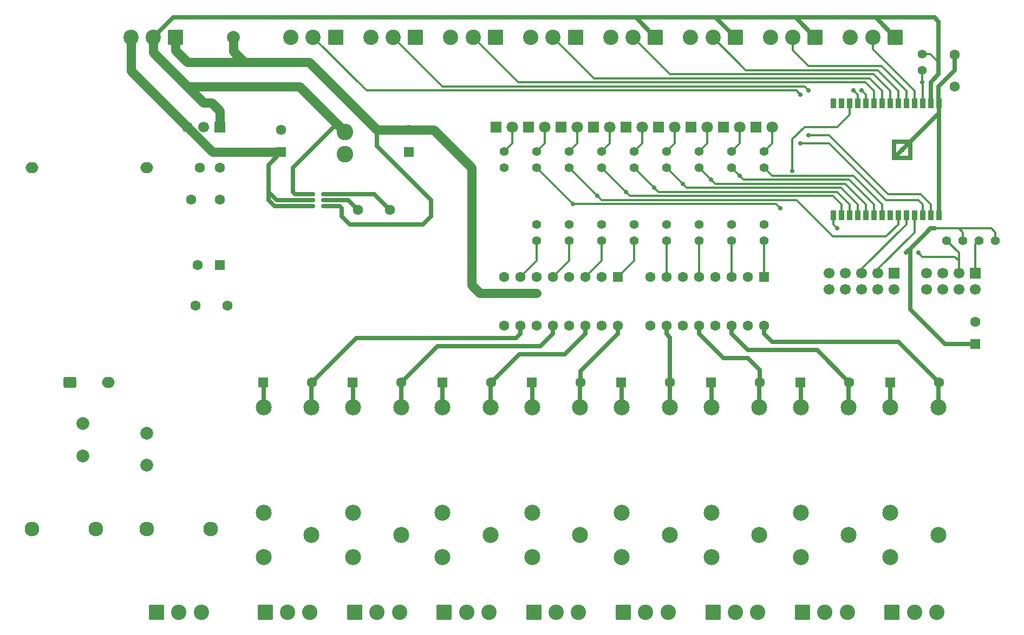
<source format=gbr>
%TF.GenerationSoftware,KiCad,Pcbnew,9.0.3*%
%TF.CreationDate,2025-07-21T16:07:52+02:00*%
%TF.ProjectId,lokho1-z,6c6f6b68-6f31-42d7-9a2e-6b696361645f,rev?*%
%TF.SameCoordinates,Original*%
%TF.FileFunction,Copper,L1,Top*%
%TF.FilePolarity,Positive*%
%FSLAX46Y46*%
G04 Gerber Fmt 4.6, Leading zero omitted, Abs format (unit mm)*
G04 Created by KiCad (PCBNEW 9.0.3) date 2025-07-21 16:07:52*
%MOMM*%
%LPD*%
G01*
G04 APERTURE LIST*
G04 Aperture macros list*
%AMRoundRect*
0 Rectangle with rounded corners*
0 $1 Rounding radius*
0 $2 $3 $4 $5 $6 $7 $8 $9 X,Y pos of 4 corners*
0 Add a 4 corners polygon primitive as box body*
4,1,4,$2,$3,$4,$5,$6,$7,$8,$9,$2,$3,0*
0 Add four circle primitives for the rounded corners*
1,1,$1+$1,$2,$3*
1,1,$1+$1,$4,$5*
1,1,$1+$1,$6,$7*
1,1,$1+$1,$8,$9*
0 Add four rect primitives between the rounded corners*
20,1,$1+$1,$2,$3,$4,$5,0*
20,1,$1+$1,$4,$5,$6,$7,0*
20,1,$1+$1,$6,$7,$8,$9,0*
20,1,$1+$1,$8,$9,$2,$3,0*%
G04 Aperture macros list end*
%TA.AperFunction,SMDPad,CuDef*%
%ADD10R,0.900000X1.500000*%
%TD*%
%TA.AperFunction,SMDPad,CuDef*%
%ADD11R,0.800000X0.800000*%
%TD*%
%TA.AperFunction,ComponentPad*%
%ADD12C,1.400000*%
%TD*%
%TA.AperFunction,ComponentPad*%
%ADD13C,2.000000*%
%TD*%
%TA.AperFunction,ComponentPad*%
%ADD14C,1.600000*%
%TD*%
%TA.AperFunction,ComponentPad*%
%ADD15C,2.300000*%
%TD*%
%TA.AperFunction,ComponentPad*%
%ADD16RoundRect,0.250000X-0.550000X-0.550000X0.550000X-0.550000X0.550000X0.550000X-0.550000X0.550000X0*%
%TD*%
%TA.AperFunction,ComponentPad*%
%ADD17C,2.400000*%
%TD*%
%TA.AperFunction,ComponentPad*%
%ADD18RoundRect,0.250001X-0.949999X-0.949999X0.949999X-0.949999X0.949999X0.949999X-0.949999X0.949999X0*%
%TD*%
%TA.AperFunction,ComponentPad*%
%ADD19C,2.500000*%
%TD*%
%TA.AperFunction,ComponentPad*%
%ADD20C,1.700000*%
%TD*%
%TA.AperFunction,ComponentPad*%
%ADD21R,1.700000X1.700000*%
%TD*%
%TA.AperFunction,ComponentPad*%
%ADD22RoundRect,0.250000X0.550000X0.550000X-0.550000X0.550000X-0.550000X-0.550000X0.550000X-0.550000X0*%
%TD*%
%TA.AperFunction,ComponentPad*%
%ADD23RoundRect,0.250000X0.550000X-0.550000X0.550000X0.550000X-0.550000X0.550000X-0.550000X-0.550000X0*%
%TD*%
%TA.AperFunction,ComponentPad*%
%ADD24R,1.800000X1.800000*%
%TD*%
%TA.AperFunction,ComponentPad*%
%ADD25C,1.800000*%
%TD*%
%TA.AperFunction,ComponentPad*%
%ADD26RoundRect,0.250000X-0.550000X0.550000X-0.550000X-0.550000X0.550000X-0.550000X0.550000X0.550000X0*%
%TD*%
%TA.AperFunction,SMDPad,CuDef*%
%ADD27RoundRect,0.150000X-0.512500X-0.150000X0.512500X-0.150000X0.512500X0.150000X-0.512500X0.150000X0*%
%TD*%
%TA.AperFunction,ComponentPad*%
%ADD28C,2.600000*%
%TD*%
%TA.AperFunction,ComponentPad*%
%ADD29RoundRect,0.250001X0.949999X0.949999X-0.949999X0.949999X-0.949999X-0.949999X0.949999X-0.949999X0*%
%TD*%
%TA.AperFunction,ComponentPad*%
%ADD30O,2.000000X1.700000*%
%TD*%
%TA.AperFunction,ComponentPad*%
%ADD31RoundRect,0.250000X0.750000X-0.600000X0.750000X0.600000X-0.750000X0.600000X-0.750000X-0.600000X0*%
%TD*%
%TA.AperFunction,ViaPad*%
%ADD32C,0.700000*%
%TD*%
%TA.AperFunction,Conductor*%
%ADD33C,0.350000*%
%TD*%
%TA.AperFunction,Conductor*%
%ADD34C,0.700000*%
%TD*%
%TA.AperFunction,Conductor*%
%ADD35C,1.400000*%
%TD*%
G04 APERTURE END LIST*
D10*
%TO.P,U1,1,GND*%
%TO.N,GND*%
X187820000Y-65380000D03*
%TO.P,U1,2,3V3*%
%TO.N,+3V3*%
X186550000Y-65380000D03*
%TO.P,U1,3,EN/CHIP_PU*%
%TO.N,EN*%
X185280000Y-65380000D03*
%TO.P,U1,4,MTMS/GPIO4/ADC1_CH4*%
%TO.N,GPIO4*%
X184010000Y-65380000D03*
%TO.P,U1,5,MTDI/GPIO5/ADC1_CH5*%
%TO.N,GPIO5*%
X182740000Y-65380000D03*
%TO.P,U1,6,MTCK/GPIO6/ADC1_CH6*%
%TO.N,GPIO6*%
X181470000Y-65380000D03*
%TO.P,U1,7,MTDO/GPIO7*%
%TO.N,GPIO7*%
X180200000Y-65380000D03*
%TO.P,U1,8,GPIO0/ADC1_CH0/XTAL_32K_P*%
%TO.N,GPIO0*%
X178930000Y-65380000D03*
%TO.P,U1,9,GPIO1/ADC1_CH1/XTAL_32K_N*%
%TO.N,GPIO1*%
X177660000Y-65380000D03*
%TO.P,U1,10,GPIO8*%
%TO.N,GPIO8*%
X176390000Y-65380000D03*
%TO.P,U1,11,GPIO10*%
%TO.N,GPIO10*%
X175120000Y-65380000D03*
%TO.P,U1,12,GPIO11*%
%TO.N,GPIO11*%
X173850000Y-65380000D03*
%TO.P,U1,13,GPIO12/USB_D-*%
%TO.N,USBD-*%
X172580000Y-65380000D03*
%TO.P,U1,14,GPIO13/USB_D+*%
%TO.N,USBD+*%
X171310000Y-65380000D03*
%TO.P,U1,15,GPIO9*%
%TO.N,GPIO9*%
X171310000Y-82880000D03*
%TO.P,U1,16,GPIO18*%
%TO.N,GPIO18*%
X172580000Y-82880000D03*
%TO.P,U1,17,GPIO19*%
%TO.N,GPIO19*%
X173850000Y-82880000D03*
%TO.P,U1,18,GPIO20*%
%TO.N,GPIO20*%
X175120000Y-82880000D03*
%TO.P,U1,19,GPIO21*%
%TO.N,GPIO21*%
X176390000Y-82880000D03*
%TO.P,U1,20,GPIO22*%
%TO.N,GPIO22*%
X177660000Y-82880000D03*
%TO.P,U1,21,GPIO23*%
%TO.N,GPIO23*%
X178930000Y-82880000D03*
%TO.P,U1,22,NC*%
%TO.N,unconnected-(U1-NC-Pad22)*%
X180200000Y-82880000D03*
%TO.P,U1,23,GPIO15*%
%TO.N,GPIO15*%
X181470000Y-82880000D03*
%TO.P,U1,24,U0RXD/GPIO17*%
%TO.N,U0Rxd*%
X182740000Y-82880000D03*
%TO.P,U1,25,U0TXD/GPIO16*%
%TO.N,U0TxD*%
X184010000Y-82880000D03*
%TO.P,U1,26,GPIO3/ADC1_CH3*%
%TO.N,GPIO3*%
X185280000Y-82880000D03*
%TO.P,U1,27,GPIO2/ADC1_CH2*%
%TO.N,GPIO2*%
X186550000Y-82880000D03*
%TO.P,U1,28,GND*%
%TO.N,GND*%
X187820000Y-82880000D03*
D11*
%TO.P,U1,29,GND*%
X183350000Y-71375000D03*
X182100000Y-71375000D03*
X180850000Y-71375000D03*
X183350000Y-72625000D03*
X182100000Y-72625000D03*
X180850000Y-72625000D03*
X183350000Y-73875000D03*
X182100000Y-73875000D03*
X180850000Y-73875000D03*
%TD*%
D12*
%TO.P,R4,2*%
%TO.N,EN*%
X185255000Y-60160000D03*
%TO.P,R4,1*%
%TO.N,+3V3*%
X185255000Y-57620000D03*
%TD*%
D13*
%TO.P,RV3,1*%
%TO.N,NEUT*%
X54000000Y-120500000D03*
%TO.P,RV3,2*%
%TO.N,Earth_Protective*%
X64000000Y-122000000D03*
%TD*%
D14*
%TO.P,RV2,2*%
%TO.N,GND*%
X70940000Y-80440000D03*
%TO.P,RV2,1*%
%TO.N,+VDC*%
X72240000Y-75440000D03*
%TD*%
D13*
%TO.P,RV1,1*%
%TO.N,AC*%
X54000000Y-115500000D03*
%TO.P,RV1,2*%
%TO.N,Earth_Protective*%
X64000000Y-117000000D03*
%TD*%
D14*
%TO.P,F3,2*%
%TO.N,+VDC*%
X75400000Y-75440000D03*
%TO.P,F3,1*%
%TO.N,Net-(PS1-+Vout)*%
X75400000Y-80440000D03*
%TD*%
D15*
%TO.P,F2,1*%
%TO.N,Net-(J21-Pin_1)*%
X46000000Y-132000000D03*
%TO.P,F2,2*%
%TO.N,AC*%
X56000000Y-132000000D03*
%TD*%
%TO.P,F1,1*%
%TO.N,Net-(J21-Pin_3)*%
X74000000Y-132000000D03*
%TO.P,F1,2*%
%TO.N,NEUT*%
X64000000Y-132000000D03*
%TD*%
D14*
%TO.P,D8,2,A*%
%TO.N,Net-(D8-A)*%
X117810000Y-109000000D03*
D16*
%TO.P,D8,1,K*%
%TO.N,+12V*%
X110190000Y-109000000D03*
%TD*%
%TO.P,D6,1,K*%
%TO.N,+12V*%
X82190000Y-109000000D03*
D14*
%TO.P,D6,2,A*%
%TO.N,Net-(D6-A)*%
X89810000Y-109000000D03*
%TD*%
%TO.P,D16,2,A*%
%TO.N,Net-(D16-A)*%
X173810000Y-109000000D03*
D16*
%TO.P,D16,1,K*%
%TO.N,+12V*%
X166190000Y-109000000D03*
%TD*%
D14*
%TO.P,D12,2,A*%
%TO.N,Net-(D12-A)*%
X145810000Y-109000000D03*
D16*
%TO.P,D12,1,K*%
%TO.N,+12V*%
X138190000Y-109000000D03*
%TD*%
D14*
%TO.P,D9,2,A*%
%TO.N,Net-(D9-A)*%
X131810000Y-109000000D03*
D16*
%TO.P,D9,1,K*%
%TO.N,+12V*%
X124190000Y-109000000D03*
%TD*%
D14*
%TO.P,D13,2,A*%
%TO.N,Net-(D13-A)*%
X159810000Y-109000000D03*
D16*
%TO.P,D13,1,K*%
%TO.N,+12V*%
X152190000Y-109000000D03*
%TD*%
D14*
%TO.P,D7,2,A*%
%TO.N,Net-(D7-A)*%
X103810000Y-109000000D03*
D16*
%TO.P,D7,1,K*%
%TO.N,+12V*%
X96190000Y-109000000D03*
%TD*%
D17*
%TO.P,J9,3,Pin_3*%
%TO.N,Net-(J9-Pin_3)*%
X159500000Y-145000000D03*
%TO.P,J9,2,Pin_2*%
%TO.N,Net-(J9-Pin_2)*%
X156000000Y-145000000D03*
D18*
%TO.P,J9,1,Pin_1*%
%TO.N,Net-(J9-Pin_1)*%
X152500000Y-145000000D03*
%TD*%
D17*
%TO.P,J6,3,Pin_3*%
%TO.N,Net-(J6-Pin_3)*%
X117500000Y-145000000D03*
%TO.P,J6,2,Pin_2*%
%TO.N,Net-(J6-Pin_2)*%
X114000000Y-145000000D03*
D18*
%TO.P,J6,1,Pin_1*%
%TO.N,Net-(J6-Pin_1)*%
X110500000Y-145000000D03*
%TD*%
D17*
%TO.P,J8,3,Pin_3*%
%TO.N,Net-(J8-Pin_3)*%
X145500000Y-145000000D03*
%TO.P,J8,2,Pin_2*%
%TO.N,Net-(J8-Pin_2)*%
X142000000Y-145000000D03*
D18*
%TO.P,J8,1,Pin_1*%
%TO.N,Net-(J8-Pin_1)*%
X138500000Y-145000000D03*
%TD*%
D17*
%TO.P,J5,3,Pin_3*%
%TO.N,Net-(J5-Pin_3)*%
X103500000Y-145000000D03*
%TO.P,J5,2,Pin_2*%
%TO.N,Net-(J5-Pin_2)*%
X100000000Y-145000000D03*
D18*
%TO.P,J5,1,Pin_1*%
%TO.N,Net-(J5-Pin_1)*%
X96500000Y-145000000D03*
%TD*%
D17*
%TO.P,J4,3,Pin_3*%
%TO.N,Net-(J4-Pin_3)*%
X89500000Y-145000000D03*
%TO.P,J4,2,Pin_2*%
%TO.N,Net-(J4-Pin_2)*%
X86000000Y-145000000D03*
D18*
%TO.P,J4,1,Pin_1*%
%TO.N,Net-(J4-Pin_1)*%
X82500000Y-145000000D03*
%TD*%
D17*
%TO.P,J7,3,Pin_3*%
%TO.N,Net-(J7-Pin_3)*%
X131500000Y-145000000D03*
%TO.P,J7,2,Pin_2*%
%TO.N,Net-(J7-Pin_2)*%
X128000000Y-145000000D03*
D18*
%TO.P,J7,1,Pin_1*%
%TO.N,Net-(J7-Pin_1)*%
X124500000Y-145000000D03*
%TD*%
D17*
%TO.P,J10,3,Pin_3*%
%TO.N,Net-(J10-Pin_3)*%
X173500000Y-145000000D03*
%TO.P,J10,2,Pin_2*%
%TO.N,Net-(J10-Pin_2)*%
X170000000Y-145000000D03*
D18*
%TO.P,J10,1,Pin_1*%
%TO.N,Net-(J10-Pin_1)*%
X166500000Y-145000000D03*
%TD*%
D19*
%TO.P,RL5,A2*%
%TO.N,Net-(D12-A)*%
X145750000Y-112900000D03*
%TO.P,RL5,A1*%
%TO.N,+12V*%
X138250000Y-112900000D03*
%TO.P,RL5,14*%
%TO.N,Net-(J8-Pin_1)*%
X138250000Y-136400000D03*
%TO.P,RL5,12*%
%TO.N,Net-(J8-Pin_2)*%
X138250000Y-129400000D03*
%TO.P,RL5,11*%
%TO.N,Net-(J8-Pin_3)*%
X145750000Y-132900000D03*
%TD*%
%TO.P,RL7,A2*%
%TO.N,Net-(D16-A)*%
X173750000Y-112900000D03*
%TO.P,RL7,A1*%
%TO.N,+12V*%
X166250000Y-112900000D03*
%TO.P,RL7,14*%
%TO.N,Net-(J10-Pin_1)*%
X166250000Y-136400000D03*
%TO.P,RL7,12*%
%TO.N,Net-(J10-Pin_2)*%
X166250000Y-129400000D03*
%TO.P,RL7,11*%
%TO.N,Net-(J10-Pin_3)*%
X173750000Y-132900000D03*
%TD*%
%TO.P,RL2,A2*%
%TO.N,Net-(D7-A)*%
X103750000Y-112900000D03*
%TO.P,RL2,A1*%
%TO.N,+12V*%
X96250000Y-112900000D03*
%TO.P,RL2,14*%
%TO.N,Net-(J5-Pin_1)*%
X96250000Y-136400000D03*
%TO.P,RL2,12*%
%TO.N,Net-(J5-Pin_2)*%
X96250000Y-129400000D03*
%TO.P,RL2,11*%
%TO.N,Net-(J5-Pin_3)*%
X103750000Y-132900000D03*
%TD*%
%TO.P,RL3,A2*%
%TO.N,Net-(D8-A)*%
X117750000Y-112900000D03*
%TO.P,RL3,A1*%
%TO.N,+12V*%
X110250000Y-112900000D03*
%TO.P,RL3,14*%
%TO.N,Net-(J6-Pin_1)*%
X110250000Y-136400000D03*
%TO.P,RL3,12*%
%TO.N,Net-(J6-Pin_2)*%
X110250000Y-129400000D03*
%TO.P,RL3,11*%
%TO.N,Net-(J6-Pin_3)*%
X117750000Y-132900000D03*
%TD*%
%TO.P,RL1,A2*%
%TO.N,Net-(D6-A)*%
X89750000Y-112900000D03*
%TO.P,RL1,A1*%
%TO.N,+12V*%
X82250000Y-112900000D03*
%TO.P,RL1,14*%
%TO.N,Net-(J4-Pin_1)*%
X82250000Y-136400000D03*
%TO.P,RL1,12*%
%TO.N,Net-(J4-Pin_2)*%
X82250000Y-129400000D03*
%TO.P,RL1,11*%
%TO.N,Net-(J4-Pin_3)*%
X89750000Y-132900000D03*
%TD*%
%TO.P,RL4,A2*%
%TO.N,Net-(D9-A)*%
X131750000Y-112900000D03*
%TO.P,RL4,A1*%
%TO.N,+12V*%
X124250000Y-112900000D03*
%TO.P,RL4,14*%
%TO.N,Net-(J7-Pin_1)*%
X124250000Y-136400000D03*
%TO.P,RL4,12*%
%TO.N,Net-(J7-Pin_2)*%
X124250000Y-129400000D03*
%TO.P,RL4,11*%
%TO.N,Net-(J7-Pin_3)*%
X131750000Y-132900000D03*
%TD*%
%TO.P,RL6,A2*%
%TO.N,Net-(D13-A)*%
X159750000Y-112900000D03*
%TO.P,RL6,A1*%
%TO.N,+12V*%
X152250000Y-112900000D03*
%TO.P,RL6,14*%
%TO.N,Net-(J9-Pin_1)*%
X152250000Y-136400000D03*
%TO.P,RL6,12*%
%TO.N,Net-(J9-Pin_2)*%
X152250000Y-129400000D03*
%TO.P,RL6,11*%
%TO.N,Net-(J9-Pin_3)*%
X159750000Y-132900000D03*
%TD*%
D20*
%TO.P,J22,3,Pin_3*%
%TO.N,+12V*%
X70320000Y-69050000D03*
%TO.P,J22,2,Pin_2*%
%TO.N,+VDC*%
X72860000Y-69050000D03*
D21*
%TO.P,J22,1,Pin_1*%
%TO.N,+3V3*%
X75400000Y-69050000D03*
%TD*%
D18*
%TO.P,J21,1,Pin_1*%
%TO.N,Net-(J21-Pin_1)*%
X65500000Y-145000000D03*
D17*
%TO.P,J21,2,Pin_2*%
%TO.N,Earth_Protective*%
X69000000Y-145000000D03*
%TO.P,J21,3,Pin_3*%
%TO.N,Net-(J21-Pin_3)*%
X72500000Y-145000000D03*
%TD*%
D14*
%TO.P,C7,2*%
%TO.N,Net-(PS1-+Vout)*%
X76590000Y-96990000D03*
%TO.P,C7,1*%
%TO.N,GND*%
X71590000Y-96990000D03*
%TD*%
D22*
%TO.P,C6,1*%
%TO.N,Net-(PS1-+Vout)*%
X75400000Y-90640000D03*
D14*
%TO.P,C6,2*%
%TO.N,GND*%
X71900000Y-90640000D03*
%TD*%
%TO.P,C5,1*%
%TO.N,GND*%
X190335000Y-57700000D03*
%TO.P,C5,2*%
%TO.N,+3V3*%
X190335000Y-62700000D03*
%TD*%
%TO.P,C2,1*%
%TO.N,Net-(U2-BST)*%
X102000000Y-82000000D03*
%TO.P,C2,2*%
%TO.N,Net-(U2-SW)*%
X97000000Y-82000000D03*
%TD*%
D23*
%TO.P,C4,1*%
%TO.N,+3V3*%
X193510000Y-103030000D03*
D14*
%TO.P,C4,2*%
%TO.N,GND*%
X193510000Y-99530000D03*
%TD*%
D12*
%TO.P,R12,1*%
%TO.N,GPIO19*%
X140170000Y-75400000D03*
%TO.P,R12,2*%
%TO.N,Net-(D5-A)*%
X140170000Y-72860000D03*
%TD*%
%TO.P,R8,1*%
%TO.N,GPIO19*%
X140170000Y-84290000D03*
%TO.P,R8,2*%
%TO.N,Net-(R8-Pad2)*%
X140170000Y-86830000D03*
%TD*%
D24*
%TO.P,D4,1,K*%
%TO.N,GND*%
X133820000Y-69050000D03*
D25*
%TO.P,D4,2,A*%
%TO.N,Net-(D4-A)*%
X136360000Y-69050000D03*
%TD*%
D21*
%TO.P,J3,1,Pin_1*%
%TO.N,EN*%
X180810000Y-91910000D03*
D20*
%TO.P,J3,2,Pin_2*%
%TO.N,unconnected-(J3-Pin_2-Pad2)*%
X180810000Y-94450000D03*
%TO.P,J3,3,Pin_3*%
%TO.N,U0TxD*%
X178270000Y-91910000D03*
%TO.P,J3,4,Pin_4*%
%TO.N,unconnected-(J3-Pin_4-Pad4)*%
X178270000Y-94450000D03*
%TO.P,J3,5,Pin_5*%
%TO.N,U0Rxd*%
X175730000Y-91910000D03*
%TO.P,J3,6,Pin_6*%
%TO.N,unconnected-(J3-Pin_6-Pad6)*%
X175730000Y-94450000D03*
%TO.P,J3,7,Pin_7*%
%TO.N,+3V3*%
X173190000Y-91910000D03*
%TO.P,J3,8,Pin_8*%
%TO.N,unconnected-(J3-Pin_8-Pad8)*%
X173190000Y-94450000D03*
%TO.P,J3,9,Pin_9*%
%TO.N,GND*%
X170650000Y-91910000D03*
%TO.P,J3,10,Pin_10*%
%TO.N,unconnected-(J3-Pin_10-Pad10)*%
X170650000Y-94450000D03*
%TD*%
D12*
%TO.P,R9,1*%
%TO.N,GPIO11*%
X124930000Y-75400000D03*
%TO.P,R9,2*%
%TO.N,Net-(D2-A)*%
X124930000Y-72860000D03*
%TD*%
%TO.P,R5,2*%
%TO.N,Net-(R5-Pad2)*%
X124930000Y-86830000D03*
%TO.P,R5,1*%
%TO.N,GPIO11*%
X124930000Y-84290000D03*
%TD*%
D26*
%TO.P,U4,1*%
%TO.N,Net-(R20-Pad2)*%
X160490000Y-92545000D03*
D14*
%TO.P,U4,2*%
%TO.N,GND*%
X157950000Y-92545000D03*
%TO.P,U4,3*%
%TO.N,Net-(R18-Pad2)*%
X155410000Y-92545000D03*
%TO.P,U4,4*%
%TO.N,GND*%
X152870000Y-92545000D03*
%TO.P,U4,5*%
%TO.N,Net-(R16-Pad2)*%
X150330000Y-92545000D03*
%TO.P,U4,6*%
%TO.N,GND*%
X147790000Y-92545000D03*
%TO.P,U4,7*%
%TO.N,Net-(R14-Pad2)*%
X145250000Y-92545000D03*
%TO.P,U4,8*%
%TO.N,GND*%
X142710000Y-92545000D03*
%TO.P,U4,9*%
X142710000Y-100165000D03*
%TO.P,U4,10*%
%TO.N,Net-(D12-A)*%
X145250000Y-100165000D03*
%TO.P,U4,11*%
%TO.N,GND*%
X147790000Y-100165000D03*
%TO.P,U4,12*%
%TO.N,Net-(D13-A)*%
X150330000Y-100165000D03*
%TO.P,U4,13*%
%TO.N,GND*%
X152870000Y-100165000D03*
%TO.P,U4,14*%
%TO.N,Net-(D16-A)*%
X155410000Y-100165000D03*
%TO.P,U4,15*%
%TO.N,GND*%
X157950000Y-100165000D03*
%TO.P,U4,16*%
%TO.N,Net-(D17-A)*%
X160490000Y-100165000D03*
%TD*%
D26*
%TO.P,U3,1*%
%TO.N,Net-(R8-Pad2)*%
X137630000Y-92545000D03*
D14*
%TO.P,U3,2*%
%TO.N,GND*%
X135090000Y-92545000D03*
%TO.P,U3,3*%
%TO.N,Net-(R7-Pad2)*%
X132550000Y-92545000D03*
%TO.P,U3,4*%
%TO.N,GND*%
X130010000Y-92545000D03*
%TO.P,U3,5*%
%TO.N,Net-(R6-Pad2)*%
X127470000Y-92545000D03*
%TO.P,U3,6*%
%TO.N,GND*%
X124930000Y-92545000D03*
%TO.P,U3,7*%
%TO.N,Net-(R5-Pad2)*%
X122390000Y-92545000D03*
%TO.P,U3,8*%
%TO.N,GND*%
X119850000Y-92545000D03*
%TO.P,U3,9*%
X119850000Y-100165000D03*
%TO.P,U3,10*%
%TO.N,Net-(D6-A)*%
X122390000Y-100165000D03*
%TO.P,U3,11*%
%TO.N,GND*%
X124930000Y-100165000D03*
%TO.P,U3,12*%
%TO.N,Net-(D7-A)*%
X127470000Y-100165000D03*
%TO.P,U3,13*%
%TO.N,GND*%
X130010000Y-100165000D03*
%TO.P,U3,14*%
%TO.N,Net-(D8-A)*%
X132550000Y-100165000D03*
%TO.P,U3,15*%
%TO.N,GND*%
X135090000Y-100165000D03*
%TO.P,U3,16*%
%TO.N,Net-(D9-A)*%
X137630000Y-100165000D03*
%TD*%
D27*
%TO.P,U2,1,FB*%
%TO.N,+3V3*%
X89635000Y-79530000D03*
%TO.P,U2,2,EN*%
%TO.N,+12V*%
X89635000Y-80480000D03*
%TO.P,U2,3,IN*%
X89635000Y-81430000D03*
%TO.P,U2,4,GND*%
%TO.N,GND*%
X91910000Y-81430000D03*
%TO.P,U2,5,SW*%
%TO.N,Net-(U2-SW)*%
X91910000Y-80480000D03*
%TO.P,U2,6,BST*%
%TO.N,Net-(U2-BST)*%
X91910000Y-79530000D03*
%TD*%
D19*
%TO.P,RL8,11*%
%TO.N,Net-(J11-Pin_3)*%
X187750000Y-132900000D03*
%TO.P,RL8,12*%
%TO.N,Net-(J11-Pin_2)*%
X180250000Y-129400000D03*
%TO.P,RL8,14*%
%TO.N,Net-(J11-Pin_1)*%
X180250000Y-136400000D03*
%TO.P,RL8,A1*%
%TO.N,+12V*%
X180250000Y-112900000D03*
%TO.P,RL8,A2*%
%TO.N,Net-(D17-A)*%
X187750000Y-112900000D03*
%TD*%
D12*
%TO.P,R20,1*%
%TO.N,GPIO23*%
X160490000Y-84290000D03*
%TO.P,R20,2*%
%TO.N,Net-(R20-Pad2)*%
X160490000Y-86830000D03*
%TD*%
%TO.P,R19,1*%
%TO.N,GPIO23*%
X160490000Y-75400000D03*
%TO.P,R19,2*%
%TO.N,Net-(D15-A)*%
X160490000Y-72860000D03*
%TD*%
%TO.P,R18,1*%
%TO.N,GPIO22*%
X155410000Y-84290000D03*
%TO.P,R18,2*%
%TO.N,Net-(R18-Pad2)*%
X155410000Y-86830000D03*
%TD*%
%TO.P,R17,1*%
%TO.N,GPIO22*%
X155410000Y-75400000D03*
%TO.P,R17,2*%
%TO.N,Net-(D14-A)*%
X155410000Y-72860000D03*
%TD*%
%TO.P,R16,1*%
%TO.N,GPIO21*%
X150330000Y-84290000D03*
%TO.P,R16,2*%
%TO.N,Net-(R16-Pad2)*%
X150330000Y-86830000D03*
%TD*%
%TO.P,R15,1*%
%TO.N,GPIO21*%
X150330000Y-75400000D03*
%TO.P,R15,2*%
%TO.N,Net-(D11-A)*%
X150330000Y-72860000D03*
%TD*%
%TO.P,R14,1*%
%TO.N,GPIO20*%
X145250000Y-84290000D03*
%TO.P,R14,2*%
%TO.N,Net-(R14-Pad2)*%
X145250000Y-86830000D03*
%TD*%
%TO.P,R13,1*%
%TO.N,GPIO20*%
X145250000Y-75400000D03*
%TO.P,R13,2*%
%TO.N,Net-(D10-A)*%
X145250000Y-72860000D03*
%TD*%
%TO.P,R11,2*%
%TO.N,Net-(D4-A)*%
X135090000Y-72860000D03*
%TO.P,R11,1*%
%TO.N,GPIO18*%
X135090000Y-75400000D03*
%TD*%
%TO.P,R10,2*%
%TO.N,Net-(D3-A)*%
X130010000Y-72860000D03*
%TO.P,R10,1*%
%TO.N,GPIO15*%
X130010000Y-75400000D03*
%TD*%
%TO.P,R7,2*%
%TO.N,Net-(R7-Pad2)*%
X135090000Y-86830000D03*
%TO.P,R7,1*%
%TO.N,GPIO18*%
X135090000Y-84290000D03*
%TD*%
%TO.P,R6,2*%
%TO.N,Net-(R6-Pad2)*%
X130010000Y-86830000D03*
%TO.P,R6,1*%
%TO.N,GPIO15*%
X130010000Y-84290000D03*
%TD*%
%TO.P,R3,1*%
%TO.N,GPIO9*%
X189065000Y-86830000D03*
%TO.P,R3,2*%
%TO.N,+3V3*%
X191605000Y-86830000D03*
%TD*%
%TO.P,R2,1*%
%TO.N,GPIO8*%
X194145000Y-86830000D03*
%TO.P,R2,2*%
%TO.N,+3V3*%
X196685000Y-86830000D03*
%TD*%
%TO.P,R1,1*%
%TO.N,+3V3*%
X119850000Y-75400000D03*
%TO.P,R1,2*%
%TO.N,Net-(D1-A)*%
X119850000Y-72860000D03*
%TD*%
D28*
%TO.P,L1,1*%
%TO.N,Net-(U2-SW)*%
X94990000Y-73320000D03*
%TO.P,L1,2*%
%TO.N,+3V3*%
X94990000Y-69820000D03*
%TD*%
D29*
%TO.P,J19,1,Pin_1*%
%TO.N,+12V*%
X93500000Y-55000000D03*
D17*
%TO.P,J19,2,Pin_2*%
%TO.N,GPIO3*%
X90000000Y-55000000D03*
%TO.P,J19,3,Pin_3*%
%TO.N,GND*%
X86500000Y-55000000D03*
%TD*%
D29*
%TO.P,J18,1,Pin_1*%
%TO.N,+12V*%
X106000000Y-55000000D03*
D17*
%TO.P,J18,2,Pin_2*%
%TO.N,GPIO2*%
X102500000Y-55000000D03*
%TO.P,J18,3,Pin_3*%
%TO.N,GND*%
X99000000Y-55000000D03*
%TD*%
D29*
%TO.P,J17,1,Pin_1*%
%TO.N,+12V*%
X118500000Y-55000000D03*
D17*
%TO.P,J17,2,Pin_2*%
%TO.N,GPIO1*%
X115000000Y-55000000D03*
%TO.P,J17,3,Pin_3*%
%TO.N,GND*%
X111500000Y-55000000D03*
%TD*%
D29*
%TO.P,J16,1,Pin_1*%
%TO.N,+12V*%
X131000000Y-55000000D03*
D17*
%TO.P,J16,2,Pin_2*%
%TO.N,GPIO0*%
X127500000Y-55000000D03*
%TO.P,J16,3,Pin_3*%
%TO.N,GND*%
X124000000Y-55000000D03*
%TD*%
D29*
%TO.P,J15,1,Pin_1*%
%TO.N,+3V3*%
X143500000Y-55000000D03*
D17*
%TO.P,J15,2,Pin_2*%
%TO.N,GPIO7*%
X140000000Y-55000000D03*
%TO.P,J15,3,Pin_3*%
%TO.N,GND*%
X136500000Y-55000000D03*
%TD*%
D29*
%TO.P,J14,1,Pin_1*%
%TO.N,+3V3*%
X156000000Y-55000000D03*
D17*
%TO.P,J14,2,Pin_2*%
%TO.N,GPIO6*%
X152500000Y-55000000D03*
%TO.P,J14,3,Pin_3*%
%TO.N,GND*%
X149000000Y-55000000D03*
%TD*%
D29*
%TO.P,J13,1,Pin_1*%
%TO.N,+3V3*%
X168500000Y-55000000D03*
D17*
%TO.P,J13,2,Pin_2*%
%TO.N,GPIO5*%
X165000000Y-55000000D03*
%TO.P,J13,3,Pin_3*%
%TO.N,GND*%
X161500000Y-55000000D03*
%TD*%
%TO.P,J12,3,Pin_3*%
%TO.N,GND*%
X174000000Y-55000000D03*
%TO.P,J12,2,Pin_2*%
%TO.N,GPIO4*%
X177500000Y-55000000D03*
D29*
%TO.P,J12,1,Pin_1*%
%TO.N,+3V3*%
X181000000Y-55000000D03*
%TD*%
D18*
%TO.P,J11,1,Pin_1*%
%TO.N,Net-(J11-Pin_1)*%
X180500000Y-145000000D03*
D17*
%TO.P,J11,2,Pin_2*%
%TO.N,Net-(J11-Pin_2)*%
X184000000Y-145000000D03*
%TO.P,J11,3,Pin_3*%
%TO.N,Net-(J11-Pin_3)*%
X187500000Y-145000000D03*
%TD*%
D13*
%TO.P,J1,1,Pin_1*%
%TO.N,GND*%
X77500000Y-55000000D03*
%TD*%
D16*
%TO.P,D17,1,K*%
%TO.N,+12V*%
X180190000Y-109000000D03*
D14*
%TO.P,D17,2,A*%
%TO.N,Net-(D17-A)*%
X187810000Y-109000000D03*
%TD*%
D24*
%TO.P,D15,1,K*%
%TO.N,GND*%
X159220000Y-69050000D03*
D25*
%TO.P,D15,2,A*%
%TO.N,Net-(D15-A)*%
X161760000Y-69050000D03*
%TD*%
D24*
%TO.P,D14,1,K*%
%TO.N,GND*%
X154140000Y-69050000D03*
D25*
%TO.P,D14,2,A*%
%TO.N,Net-(D14-A)*%
X156680000Y-69050000D03*
%TD*%
D24*
%TO.P,D11,1,K*%
%TO.N,GND*%
X149060000Y-69050000D03*
D25*
%TO.P,D11,2,A*%
%TO.N,Net-(D11-A)*%
X151600000Y-69050000D03*
%TD*%
D24*
%TO.P,D10,1,K*%
%TO.N,GND*%
X143980000Y-69050000D03*
D25*
%TO.P,D10,2,A*%
%TO.N,Net-(D10-A)*%
X146520000Y-69050000D03*
%TD*%
D24*
%TO.P,D5,1,K*%
%TO.N,GND*%
X138900000Y-69050000D03*
D25*
%TO.P,D5,2,A*%
%TO.N,Net-(D5-A)*%
X141440000Y-69050000D03*
%TD*%
D24*
%TO.P,D3,1,K*%
%TO.N,GND*%
X128740000Y-69050000D03*
D25*
%TO.P,D3,2,A*%
%TO.N,Net-(D3-A)*%
X131280000Y-69050000D03*
%TD*%
D24*
%TO.P,D2,1,K*%
%TO.N,GND*%
X123660000Y-69050000D03*
D25*
%TO.P,D2,2,A*%
%TO.N,Net-(D2-A)*%
X126200000Y-69050000D03*
%TD*%
D24*
%TO.P,D1,1,K*%
%TO.N,GND*%
X118580000Y-69050000D03*
D25*
%TO.P,D1,2,A*%
%TO.N,Net-(D1-A)*%
X121120000Y-69050000D03*
%TD*%
D23*
%TO.P,C3,1*%
%TO.N,+3V3*%
X105000000Y-73000000D03*
D14*
%TO.P,C3,2*%
%TO.N,GND*%
X105000000Y-69500000D03*
%TD*%
%TO.P,C1,2*%
%TO.N,GND*%
X85000000Y-69500000D03*
D23*
%TO.P,C1,1*%
%TO.N,+12V*%
X85000000Y-73000000D03*
%TD*%
D21*
%TO.P,J20,1,Pin_1*%
%TO.N,GPIO8*%
X193510000Y-91910000D03*
D20*
%TO.P,J20,2,Pin_2*%
%TO.N,GND*%
X193510000Y-94450000D03*
%TO.P,J20,3,Pin_3*%
%TO.N,GPIO9*%
X190970000Y-91910000D03*
%TO.P,J20,4,Pin_4*%
%TO.N,GND*%
X190970000Y-94450000D03*
%TO.P,J20,5,Pin_5*%
%TO.N,GPIO10*%
X188430000Y-91910000D03*
%TO.P,J20,6,Pin_6*%
%TO.N,GND*%
X188430000Y-94450000D03*
%TO.P,J20,7,Pin_7*%
%TO.N,EN*%
X185890000Y-91910000D03*
%TO.P,J20,8,Pin_8*%
%TO.N,GND*%
X185890000Y-94450000D03*
%TD*%
D29*
%TO.P,J2,1,Pin_1*%
%TO.N,GND*%
X68500000Y-55000000D03*
D17*
%TO.P,J2,2,Pin_2*%
%TO.N,+3V3*%
X65000000Y-55000000D03*
%TO.P,J2,3,Pin_3*%
%TO.N,+12V*%
X61500000Y-55000000D03*
%TD*%
D30*
%TO.P,PS1,4,+Vout*%
%TO.N,Net-(PS1-+Vout)*%
X64000000Y-75400000D03*
%TO.P,PS1,3,-Vout*%
%TO.N,GND*%
X46000000Y-75400000D03*
%TO.P,PS1,2,AC/N*%
%TO.N,NEUT*%
X58000000Y-109000000D03*
D31*
%TO.P,PS1,1,AC/L*%
%TO.N,AC*%
X52000000Y-109000000D03*
%TD*%
D32*
%TO.N,+3V3*%
X187160000Y-84925000D03*
%TO.N,GND*%
X124930000Y-95085000D03*
X119850000Y-95085000D03*
%TO.N,+3V3*%
X186550000Y-62040000D03*
%TO.N,GPIO9*%
X184620000Y-88735000D03*
%TO.N,+3V3*%
X182715000Y-88735000D03*
%TO.N,GPIO9*%
X171920000Y-84925000D03*
%TO.N,EN*%
X185255000Y-62065000D03*
%TO.N,GPIO10*%
X174460000Y-63335000D03*
%TO.N,GPIO8*%
X175730000Y-63335000D03*
%TO.N,GPIO3*%
X166205000Y-63970000D03*
X166205000Y-71590000D03*
%TO.N,GPIO2*%
X167475000Y-70320000D03*
X167475000Y-63335000D03*
%TO.N,GPIO22*%
X156680000Y-76670000D03*
%TO.N,GPIO21*%
X152235000Y-77305000D03*
%TO.N,GPIO20*%
X147790000Y-77940000D03*
%TO.N,GPIO19*%
X143345000Y-78575000D03*
%TO.N,GPIO18*%
X138900000Y-79210000D03*
%TO.N,GPIO15*%
X134455000Y-79845000D03*
%TO.N,GPIO11*%
X130645000Y-81115000D03*
X164935000Y-75945000D03*
X163030000Y-81750000D03*
%TD*%
D33*
%TO.N,GPIO15*%
X171285000Y-86195000D02*
X165570000Y-80480000D01*
X179540000Y-86195000D02*
X171285000Y-86195000D01*
X181470000Y-84265000D02*
X179540000Y-86195000D01*
X165570000Y-80480000D02*
X135090000Y-80480000D01*
X135090000Y-80480000D02*
X134455000Y-79845000D01*
X181470000Y-82880000D02*
X181470000Y-84265000D01*
%TO.N,+3V3*%
X186525000Y-57620000D02*
X187795000Y-58890000D01*
X185255000Y-57620000D02*
X186525000Y-57620000D01*
D34*
X187795000Y-58890000D02*
X187795000Y-58255000D01*
D33*
%TO.N,EN*%
X185255000Y-60160000D02*
X185255000Y-62065000D01*
D34*
%TO.N,+3V3*%
X188755000Y-103030000D02*
X193510000Y-103030000D01*
X183347896Y-97622896D02*
X188755000Y-103030000D01*
D33*
%TO.N,GPIO9*%
X190970000Y-88735000D02*
X190970000Y-90005000D01*
X189065000Y-86830000D02*
X190970000Y-88735000D01*
%TO.N,GPIO8*%
X193510000Y-87465000D02*
X194145000Y-86830000D01*
X193510000Y-91910000D02*
X193510000Y-87465000D01*
%TO.N,+3V3*%
X196050000Y-84925000D02*
X190970000Y-84925000D01*
X196685000Y-85560000D02*
X196050000Y-84925000D01*
X196685000Y-86830000D02*
X196685000Y-85560000D01*
X190970000Y-84925000D02*
X187160000Y-84925000D01*
X191605000Y-85560000D02*
X190970000Y-84925000D01*
X191605000Y-86830000D02*
X191605000Y-85560000D01*
D34*
X186525000Y-84925000D02*
X187160000Y-84925000D01*
X185885793Y-85560000D02*
X185890000Y-85560000D01*
X185890000Y-85560000D02*
X186525000Y-84925000D01*
X183347896Y-88097896D02*
X183347896Y-97622896D01*
D35*
%TO.N,GND*%
X119850000Y-95085000D02*
X124930000Y-95085000D01*
D33*
%TO.N,Net-(D1-A)*%
X121120000Y-71590000D02*
X121120000Y-69050000D01*
X119850000Y-72860000D02*
X121120000Y-71590000D01*
D35*
%TO.N,+12V*%
X70320000Y-69050000D02*
X74270000Y-73000000D01*
X74270000Y-73000000D02*
X85000000Y-73000000D01*
%TO.N,+3V3*%
X70320000Y-62700000D02*
X69050000Y-61430000D01*
X87870000Y-62700000D02*
X70320000Y-62700000D01*
X69050000Y-61430000D02*
X65000000Y-57380000D01*
X74130000Y-65240000D02*
X72860000Y-65240000D01*
X75400000Y-66510000D02*
X74130000Y-65240000D01*
X72860000Y-65240000D02*
X69050000Y-61430000D01*
X65000000Y-57380000D02*
X65000000Y-55000000D01*
X75400000Y-69050000D02*
X75400000Y-66510000D01*
%TO.N,+12V*%
X61500000Y-60230000D02*
X70320000Y-69050000D01*
X61500000Y-55000000D02*
X61500000Y-60230000D01*
D34*
%TO.N,Net-(D13-A)*%
X154140000Y-105245000D02*
X157950000Y-105245000D01*
X150330000Y-101435000D02*
X154140000Y-105245000D01*
X157950000Y-105245000D02*
X159810000Y-107105000D01*
X159810000Y-107105000D02*
X159810000Y-109000000D01*
%TO.N,Net-(D16-A)*%
X168785000Y-103975000D02*
X173810000Y-109000000D01*
X157950000Y-103975000D02*
X168785000Y-103975000D01*
X155410000Y-101435000D02*
X157950000Y-103975000D01*
X155410000Y-100165000D02*
X155410000Y-101435000D01*
%TO.N,Net-(D17-A)*%
X181515000Y-102705000D02*
X187810000Y-109000000D01*
X161760000Y-102705000D02*
X181515000Y-102705000D01*
X160490000Y-101435000D02*
X161760000Y-102705000D01*
X160490000Y-100165000D02*
X160490000Y-101435000D01*
%TO.N,Net-(D13-A)*%
X150330000Y-100165000D02*
X150330000Y-101435000D01*
%TO.N,Net-(D12-A)*%
X145810000Y-101995000D02*
X145810000Y-109000000D01*
X145250000Y-101435000D02*
X145810000Y-101995000D01*
X145250000Y-100165000D02*
X145250000Y-101435000D01*
%TO.N,Net-(D9-A)*%
X137630000Y-101435000D02*
X131810000Y-107255000D01*
X131810000Y-107255000D02*
X131810000Y-109000000D01*
X137630000Y-100165000D02*
X137630000Y-101435000D01*
%TO.N,Net-(D8-A)*%
X129375000Y-104610000D02*
X122200000Y-104610000D01*
X132550000Y-101435000D02*
X129375000Y-104610000D01*
X122200000Y-104610000D02*
X117810000Y-109000000D01*
X132550000Y-100165000D02*
X132550000Y-101435000D01*
%TO.N,Net-(D7-A)*%
X125565000Y-103340000D02*
X109470000Y-103340000D01*
X109470000Y-103340000D02*
X103810000Y-109000000D01*
X127470000Y-100165000D02*
X127470000Y-101435000D01*
X127470000Y-101435000D02*
X125565000Y-103340000D01*
%TO.N,Net-(D6-A)*%
X121755000Y-102070000D02*
X96740000Y-102070000D01*
X122390000Y-101435000D02*
X121755000Y-102070000D01*
X122390000Y-100165000D02*
X122390000Y-101435000D01*
X96740000Y-102070000D02*
X89810000Y-109000000D01*
%TO.N,GND*%
X99980000Y-72040000D02*
X99980000Y-69500000D01*
X108420000Y-80480000D02*
X99980000Y-72040000D01*
X103340000Y-84290000D02*
X107150000Y-84290000D01*
X95720000Y-84290000D02*
X103340000Y-84290000D01*
X108420000Y-83020000D02*
X108420000Y-80480000D01*
X94450000Y-83020000D02*
X95720000Y-84290000D01*
X107150000Y-84290000D02*
X108420000Y-83020000D01*
X94130000Y-81430000D02*
X94450000Y-81750000D01*
X94450000Y-81750000D02*
X94450000Y-83020000D01*
X91910000Y-81430000D02*
X94130000Y-81430000D01*
%TO.N,+12V*%
X84290000Y-80480000D02*
X83020000Y-79210000D01*
X89635000Y-80480000D02*
X84290000Y-80480000D01*
X83020000Y-80480000D02*
X83020000Y-79210000D01*
X83020000Y-79210000D02*
X83020000Y-74980000D01*
X83970000Y-81430000D02*
X83020000Y-80480000D01*
X83020000Y-74980000D02*
X85000000Y-73000000D01*
X89635000Y-81430000D02*
X83970000Y-81430000D01*
%TO.N,Net-(U2-SW)*%
X95480000Y-80480000D02*
X97000000Y-82000000D01*
X91910000Y-80480000D02*
X95480000Y-80480000D01*
%TO.N,Net-(U2-BST)*%
X99530000Y-79530000D02*
X102000000Y-82000000D01*
X91910000Y-79530000D02*
X99530000Y-79530000D01*
%TO.N,+3V3*%
X86830000Y-75400000D02*
X93700000Y-68530000D01*
X86830000Y-79210000D02*
X86830000Y-75400000D01*
D35*
X93700000Y-68530000D02*
X87870000Y-62700000D01*
D34*
X87150000Y-79530000D02*
X86830000Y-79210000D01*
X89635000Y-79530000D02*
X87150000Y-79530000D01*
D35*
%TO.N,GND*%
X68500000Y-57070000D02*
X68500000Y-55000000D01*
X70320000Y-58890000D02*
X68500000Y-57070000D01*
X79210000Y-58890000D02*
X70320000Y-58890000D01*
X77500000Y-57180000D02*
X77500000Y-55000000D01*
X89370000Y-58890000D02*
X79210000Y-58890000D01*
X79210000Y-58890000D02*
X77500000Y-57180000D01*
X99980000Y-69500000D02*
X89370000Y-58890000D01*
X105000000Y-69500000D02*
X99980000Y-69500000D01*
D34*
%TO.N,+3V3*%
X68095000Y-51905000D02*
X65000000Y-55000000D01*
X177905000Y-51905000D02*
X68095000Y-51905000D01*
D35*
X94990000Y-69820000D02*
X93700000Y-68530000D01*
D34*
%TO.N,Net-(D16-A)*%
X173750000Y-112900000D02*
X173750000Y-109060000D01*
%TO.N,+12V*%
X166250000Y-112900000D02*
X166250000Y-109060000D01*
X152250000Y-109060000D02*
X152190000Y-109000000D01*
%TO.N,Net-(D16-A)*%
X173750000Y-109060000D02*
X173810000Y-109000000D01*
%TO.N,Net-(D12-A)*%
X145750000Y-109060000D02*
X145810000Y-109000000D01*
%TO.N,+12V*%
X138250000Y-112900000D02*
X138250000Y-109060000D01*
X138250000Y-109060000D02*
X138190000Y-109000000D01*
%TO.N,Net-(D9-A)*%
X131750000Y-109060000D02*
X131810000Y-109000000D01*
%TO.N,+12V*%
X124250000Y-112900000D02*
X124250000Y-109060000D01*
X166250000Y-109060000D02*
X166190000Y-109000000D01*
%TO.N,Net-(D9-A)*%
X131750000Y-112900000D02*
X131750000Y-109060000D01*
%TO.N,+12V*%
X124250000Y-109060000D02*
X124190000Y-109000000D01*
%TO.N,Net-(D8-A)*%
X117750000Y-112900000D02*
X117750000Y-109060000D01*
X117750000Y-109060000D02*
X117810000Y-109000000D01*
%TO.N,+12V*%
X110250000Y-109060000D02*
X110190000Y-109000000D01*
X110250000Y-112900000D02*
X110250000Y-109060000D01*
%TO.N,Net-(D7-A)*%
X103750000Y-112900000D02*
X103750000Y-109060000D01*
X103750000Y-109060000D02*
X103810000Y-109000000D01*
%TO.N,Net-(D13-A)*%
X159750000Y-112900000D02*
X159750000Y-109060000D01*
%TO.N,+12V*%
X96250000Y-112900000D02*
X96250000Y-109060000D01*
%TO.N,Net-(D12-A)*%
X145750000Y-112900000D02*
X145750000Y-109060000D01*
%TO.N,+12V*%
X152250000Y-112900000D02*
X152250000Y-109060000D01*
%TO.N,Net-(D13-A)*%
X159750000Y-109060000D02*
X159810000Y-109000000D01*
%TO.N,Net-(D6-A)*%
X89750000Y-112900000D02*
X89750000Y-109060000D01*
X89750000Y-109060000D02*
X89810000Y-109000000D01*
%TO.N,+12V*%
X96250000Y-109060000D02*
X96190000Y-109000000D01*
X82250000Y-109060000D02*
X82190000Y-109000000D01*
X82250000Y-112900000D02*
X82250000Y-109060000D01*
D33*
%TO.N,Net-(D15-A)*%
X161760000Y-71590000D02*
X161760000Y-69050000D01*
X160490000Y-72860000D02*
X161760000Y-71590000D01*
%TO.N,Net-(D14-A)*%
X156680000Y-71590000D02*
X156680000Y-69050000D01*
X155410000Y-72860000D02*
X156680000Y-71590000D01*
%TO.N,Net-(D11-A)*%
X151600000Y-71590000D02*
X151600000Y-69050000D01*
X150330000Y-72860000D02*
X151600000Y-71590000D01*
%TO.N,Net-(D10-A)*%
X146520000Y-71590000D02*
X146520000Y-69050000D01*
X145250000Y-72860000D02*
X146520000Y-71590000D01*
%TO.N,Net-(D5-A)*%
X141440000Y-71590000D02*
X141440000Y-69050000D01*
X140170000Y-72860000D02*
X141440000Y-71590000D01*
%TO.N,Net-(D4-A)*%
X136360000Y-71590000D02*
X136360000Y-69050000D01*
X135090000Y-72860000D02*
X136360000Y-71590000D01*
%TO.N,Net-(D3-A)*%
X131280000Y-71590000D02*
X131280000Y-69050000D01*
X130010000Y-72860000D02*
X131280000Y-71590000D01*
%TO.N,Net-(D2-A)*%
X126200000Y-71590000D02*
X126200000Y-69050000D01*
X124930000Y-72860000D02*
X126200000Y-71590000D01*
D34*
%TO.N,+3V3*%
X183347896Y-88097896D02*
X185885793Y-85560000D01*
X186550000Y-62040000D02*
X186550000Y-62700000D01*
X187795000Y-60795000D02*
X187795000Y-58890000D01*
X187160000Y-51905000D02*
X183985000Y-51905000D01*
X187795000Y-52540000D02*
X187160000Y-51905000D01*
X187795000Y-55715000D02*
X187795000Y-52540000D01*
X187795000Y-58255000D02*
X187795000Y-55715000D01*
X186550000Y-62040000D02*
X187795000Y-60795000D01*
X186550000Y-65380000D02*
X186550000Y-62040000D01*
D33*
%TO.N,GPIO9*%
X190970000Y-90005000D02*
X190970000Y-91910000D01*
X185255000Y-89370000D02*
X190335000Y-89370000D01*
X190335000Y-89370000D02*
X190970000Y-90005000D01*
X184620000Y-88735000D02*
X185255000Y-89370000D01*
D34*
%TO.N,+3V3*%
X182715000Y-88735000D02*
X182715000Y-88730793D01*
X182715000Y-88730793D02*
X183347896Y-88097896D01*
%TO.N,GND*%
X187820000Y-66905000D02*
X187820000Y-82880000D01*
X183350000Y-73875000D02*
X180850000Y-73875000D01*
X183350000Y-71375000D02*
X183350000Y-73875000D01*
X180850000Y-71375000D02*
X183350000Y-71375000D01*
X180850000Y-73875000D02*
X180850000Y-71375000D01*
X187820000Y-66905000D02*
X180850000Y-73875000D01*
X187820000Y-65380000D02*
X187820000Y-66905000D01*
%TO.N,+3V3*%
X183985000Y-51905000D02*
X177905000Y-51905000D01*
X168500000Y-55000000D02*
X165405000Y-51905000D01*
X156000000Y-55000000D02*
X152905000Y-51905000D01*
X143500000Y-55000000D02*
X140405000Y-51905000D01*
D33*
%TO.N,GPIO9*%
X171310000Y-84315000D02*
X171920000Y-84925000D01*
X171310000Y-82880000D02*
X171310000Y-84315000D01*
%TO.N,Net-(R5-Pad2)*%
X124930000Y-90005000D02*
X122390000Y-92545000D01*
X124930000Y-86830000D02*
X124930000Y-90005000D01*
%TO.N,Net-(R6-Pad2)*%
X130010000Y-90005000D02*
X127470000Y-92545000D01*
X130010000Y-86830000D02*
X130010000Y-90005000D01*
%TO.N,Net-(R7-Pad2)*%
X135090000Y-90005000D02*
X132550000Y-92545000D01*
X135090000Y-86830000D02*
X135090000Y-90005000D01*
%TO.N,Net-(R8-Pad2)*%
X140170000Y-90005000D02*
X137630000Y-92545000D01*
X140170000Y-86830000D02*
X140170000Y-90005000D01*
%TO.N,Net-(R14-Pad2)*%
X145250000Y-86830000D02*
X145250000Y-92545000D01*
%TO.N,Net-(R16-Pad2)*%
X150330000Y-86830000D02*
X150330000Y-92545000D01*
%TO.N,Net-(R18-Pad2)*%
X155410000Y-86830000D02*
X155410000Y-92545000D01*
%TO.N,Net-(R20-Pad2)*%
X160490000Y-86830000D02*
X160490000Y-92545000D01*
D34*
%TO.N,+12V*%
X180250000Y-109060000D02*
X180190000Y-109000000D01*
X180250000Y-112900000D02*
X180250000Y-109060000D01*
%TO.N,Net-(D17-A)*%
X187750000Y-109060000D02*
X187810000Y-109000000D01*
X187750000Y-112900000D02*
X187750000Y-109060000D01*
D33*
%TO.N,U0TxD*%
X178270000Y-91275000D02*
X178270000Y-91910000D01*
X184010000Y-85535000D02*
X178270000Y-91275000D01*
X184010000Y-82880000D02*
X184010000Y-85535000D01*
%TO.N,U0Rxd*%
X175730000Y-91275000D02*
X175730000Y-91910000D01*
X182740000Y-84265000D02*
X175730000Y-91275000D01*
X182740000Y-82880000D02*
X182740000Y-84265000D01*
%TO.N,EN*%
X185280000Y-62090000D02*
X185255000Y-62065000D01*
X185280000Y-65380000D02*
X185280000Y-62090000D01*
%TO.N,GPIO10*%
X175120000Y-63995000D02*
X174460000Y-63335000D01*
X175120000Y-65380000D02*
X175120000Y-63995000D01*
%TO.N,GPIO8*%
X176390000Y-63995000D02*
X175730000Y-63335000D01*
X176390000Y-65380000D02*
X176390000Y-63995000D01*
%TO.N,GPIO2*%
X184937500Y-79527500D02*
X186550000Y-81140000D01*
X186550000Y-81140000D02*
X186550000Y-82880000D01*
X179857500Y-79527500D02*
X184937500Y-79527500D01*
X170650000Y-70320000D02*
X179857500Y-79527500D01*
X167475000Y-70320000D02*
X170650000Y-70320000D01*
%TO.N,GPIO3*%
X185280000Y-81140000D02*
X185280000Y-82880000D01*
X184620000Y-80480000D02*
X185280000Y-81140000D01*
X179540000Y-80480000D02*
X184620000Y-80480000D01*
X170650000Y-71590000D02*
X179540000Y-80480000D01*
X166205000Y-71590000D02*
X170650000Y-71590000D01*
X98335000Y-63335000D02*
X90000000Y-55000000D01*
X165570000Y-63335000D02*
X98335000Y-63335000D01*
X166205000Y-63970000D02*
X165570000Y-63335000D01*
%TO.N,GPIO2*%
X110200000Y-62700000D02*
X102500000Y-55000000D01*
X166840000Y-62700000D02*
X110200000Y-62700000D01*
X167475000Y-63335000D02*
X166840000Y-62700000D01*
%TO.N,GPIO1*%
X176365000Y-62065000D02*
X122065000Y-62065000D01*
X177660000Y-63360000D02*
X176365000Y-62065000D01*
X122065000Y-62065000D02*
X115000000Y-55000000D01*
X177660000Y-65380000D02*
X177660000Y-63360000D01*
%TO.N,GPIO0*%
X177000000Y-61430000D02*
X133930000Y-61430000D01*
X178930000Y-63360000D02*
X177000000Y-61430000D01*
X133930000Y-61430000D02*
X127500000Y-55000000D01*
X178930000Y-65380000D02*
X178930000Y-63360000D01*
%TO.N,GPIO7*%
X145795000Y-60795000D02*
X145205000Y-60205000D01*
X177635000Y-60795000D02*
X145795000Y-60795000D01*
X180200000Y-63360000D02*
X177635000Y-60795000D01*
X140000000Y-55000000D02*
X145205000Y-60205000D01*
X180200000Y-65380000D02*
X180200000Y-63360000D01*
%TO.N,GPIO6*%
X157660000Y-60160000D02*
X152500000Y-55000000D01*
X178270000Y-60160000D02*
X157660000Y-60160000D01*
X181470000Y-63360000D02*
X178270000Y-60160000D01*
X181470000Y-65380000D02*
X181470000Y-63360000D01*
%TO.N,GPIO5*%
X165000000Y-57050000D02*
X165000000Y-55000000D01*
X167475000Y-59525000D02*
X165000000Y-57050000D01*
X178905000Y-59525000D02*
X167475000Y-59525000D01*
X182740000Y-63360000D02*
X178905000Y-59525000D01*
X182740000Y-65380000D02*
X182740000Y-63360000D01*
%TO.N,GPIO4*%
X177500000Y-56850000D02*
X177500000Y-55000000D01*
X184010000Y-65380000D02*
X184010000Y-63360000D01*
X184010000Y-63360000D02*
X177500000Y-56850000D01*
%TO.N,GPIO11*%
X173850000Y-67120000D02*
X171920000Y-69050000D01*
X173850000Y-65380000D02*
X173850000Y-67120000D01*
X171920000Y-69050000D02*
X166840000Y-69050000D01*
X166840000Y-69050000D02*
X164935000Y-70955000D01*
X164935000Y-70955000D02*
X164935000Y-75945000D01*
%TO.N,GPIO22*%
X156680000Y-76670000D02*
X157315000Y-77305000D01*
%TO.N,GPIO21*%
X152235000Y-77305000D02*
X150330000Y-75400000D01*
%TO.N,GPIO20*%
X147790000Y-77940000D02*
X148425000Y-78575000D01*
%TO.N,GPIO19*%
X143345000Y-78575000D02*
X140170000Y-75400000D01*
X143980000Y-79210000D02*
X143345000Y-78575000D01*
%TO.N,GPIO18*%
X138900000Y-79210000D02*
X139535000Y-79845000D01*
%TO.N,GPIO11*%
X162395000Y-81115000D02*
X163030000Y-81750000D01*
X161760000Y-81115000D02*
X162395000Y-81115000D01*
X130645000Y-81115000D02*
X161760000Y-81115000D01*
X124930000Y-75400000D02*
X130645000Y-81115000D01*
%TO.N,GPIO15*%
X130010000Y-75400000D02*
X134455000Y-79845000D01*
%TO.N,GPIO23*%
X178930000Y-81140000D02*
X178930000Y-82880000D01*
X174460000Y-76670000D02*
X178930000Y-81140000D01*
X161760000Y-76670000D02*
X174460000Y-76670000D01*
X160490000Y-75400000D02*
X161760000Y-76670000D01*
%TO.N,GPIO22*%
X173825000Y-77305000D02*
X177660000Y-81140000D01*
X157315000Y-77305000D02*
X173825000Y-77305000D01*
X155410000Y-75400000D02*
X156680000Y-76670000D01*
X177660000Y-81140000D02*
X177660000Y-82880000D01*
%TO.N,GPIO21*%
X173190000Y-77940000D02*
X176390000Y-81140000D01*
X176390000Y-81140000D02*
X176390000Y-82880000D01*
%TO.N,GPIO20*%
X172555000Y-78575000D02*
X175120000Y-81140000D01*
X175120000Y-81140000D02*
X175120000Y-82880000D01*
%TO.N,GPIO19*%
X173850000Y-81140000D02*
X173850000Y-82880000D01*
X171920000Y-79210000D02*
X173850000Y-81140000D01*
%TO.N,GPIO18*%
X171285000Y-79845000D02*
X172580000Y-81140000D01*
X135090000Y-75400000D02*
X138900000Y-79210000D01*
X139535000Y-79845000D02*
X171285000Y-79845000D01*
X172580000Y-81140000D02*
X172580000Y-82880000D01*
%TO.N,GPIO19*%
X171920000Y-79210000D02*
X143980000Y-79210000D01*
%TO.N,GPIO21*%
X152870000Y-77940000D02*
X152235000Y-77305000D01*
X173190000Y-77940000D02*
X152870000Y-77940000D01*
%TO.N,GPIO20*%
X148425000Y-78575000D02*
X172555000Y-78575000D01*
X145250000Y-75400000D02*
X147790000Y-77940000D01*
D34*
%TO.N,+3V3*%
X181000000Y-55000000D02*
X177905000Y-51905000D01*
%TO.N,GND*%
X187820000Y-65380000D02*
X187795000Y-65355000D01*
X187795000Y-65355000D02*
X187795000Y-62700000D01*
X187795000Y-62700000D02*
X190335000Y-60160000D01*
X190335000Y-60160000D02*
X190335000Y-57700000D01*
D35*
X108870000Y-69500000D02*
X114770000Y-75400000D01*
X105000000Y-69500000D02*
X108870000Y-69500000D01*
X114770000Y-75400000D02*
X114770000Y-93815000D01*
X114770000Y-93815000D02*
X116040000Y-95085000D01*
X116040000Y-95085000D02*
X119850000Y-95085000D01*
%TD*%
M02*

</source>
